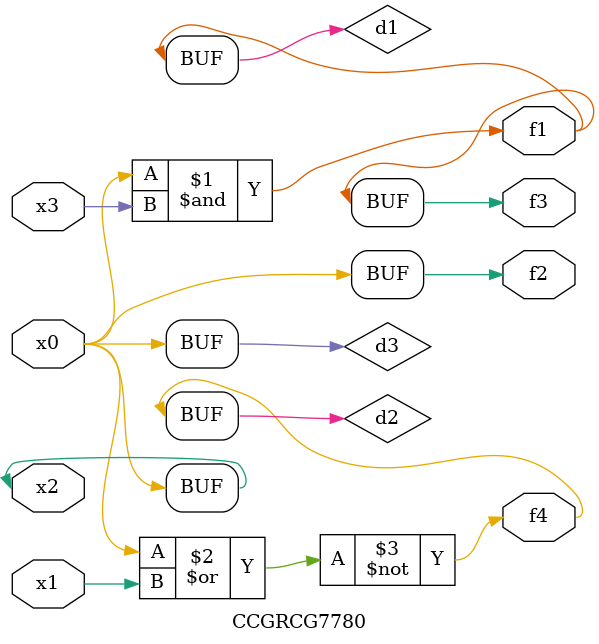
<source format=v>
module CCGRCG7780(
	input x0, x1, x2, x3,
	output f1, f2, f3, f4
);

	wire d1, d2, d3;

	and (d1, x2, x3);
	nor (d2, x0, x1);
	buf (d3, x0, x2);
	assign f1 = d1;
	assign f2 = d3;
	assign f3 = d1;
	assign f4 = d2;
endmodule

</source>
